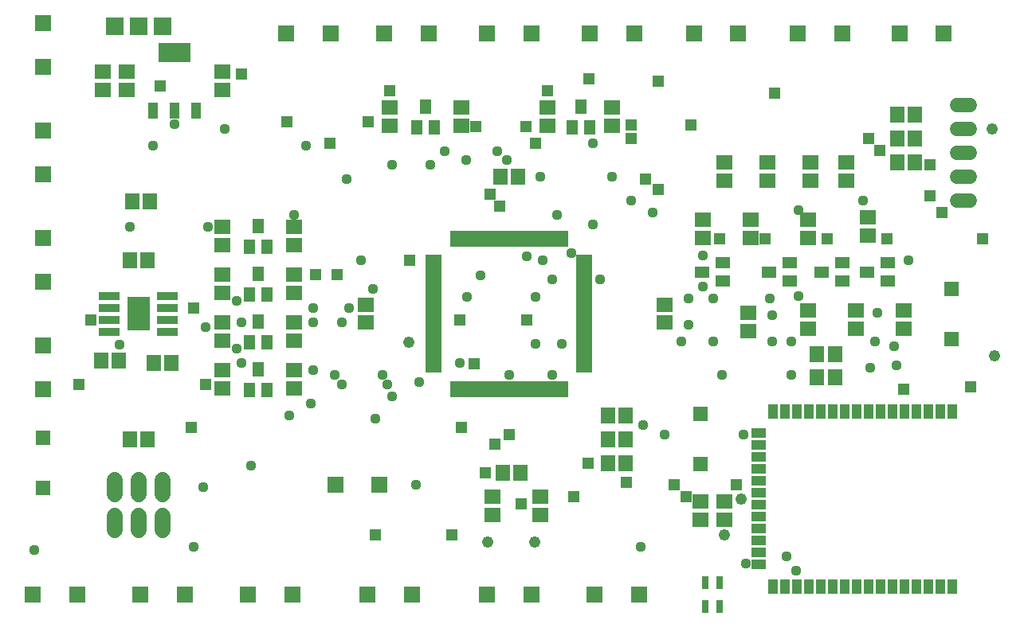
<source format=gts>
G75*
%MOIN*%
%OFA0B0*%
%FSLAX25Y25*%
%IPPOS*%
%LPD*%
%AMOC8*
5,1,8,0,0,1.08239X$1,22.5*
%
%ADD10R,0.06706X0.05918*%
%ADD11R,0.05918X0.06706*%
%ADD12C,0.06000*%
%ADD13R,0.06312X0.04343*%
%ADD14R,0.04343X0.06312*%
%ADD15R,0.02572X0.05721*%
%ADD16R,0.06343X0.06343*%
%ADD17R,0.07550X0.07550*%
%ADD18R,0.06950X0.06950*%
%ADD19R,0.08800X0.03400*%
%ADD20R,0.09800X0.13900*%
%ADD21R,0.04100X0.07100*%
%ADD22R,0.13800X0.08300*%
%ADD23R,0.06312X0.04737*%
%ADD24R,0.06706X0.02178*%
%ADD25R,0.02178X0.06706*%
%ADD26C,0.04769*%
%ADD27C,0.06800*%
%ADD28R,0.04737X0.06312*%
%ADD29C,0.04369*%
%ADD30R,0.04762X0.04762*%
%ADD31C,0.04762*%
D10*
X0091800Y0109755D03*
X0091800Y0117235D03*
X0091800Y0129755D03*
X0091800Y0137235D03*
X0091800Y0149755D03*
X0091800Y0157235D03*
X0091800Y0169755D03*
X0091800Y0177235D03*
X0121800Y0177235D03*
X0121800Y0169755D03*
X0121800Y0157235D03*
X0121800Y0149755D03*
X0121800Y0137235D03*
X0121800Y0129755D03*
X0121800Y0117235D03*
X0121800Y0109755D03*
X0151800Y0137255D03*
X0151800Y0144735D03*
X0161800Y0219755D03*
X0161800Y0227235D03*
X0191800Y0227235D03*
X0191800Y0219755D03*
X0227800Y0219755D03*
X0227800Y0227235D03*
X0254800Y0227235D03*
X0254800Y0219755D03*
X0301800Y0204235D03*
X0301800Y0196755D03*
X0319800Y0196755D03*
X0319800Y0204235D03*
X0337800Y0204235D03*
X0337800Y0196755D03*
X0352800Y0196755D03*
X0352800Y0204235D03*
X0361800Y0181235D03*
X0361800Y0173755D03*
X0336800Y0172755D03*
X0336800Y0180235D03*
X0312800Y0180235D03*
X0312800Y0172755D03*
X0292800Y0172755D03*
X0292800Y0180235D03*
X0276800Y0144735D03*
X0276800Y0137255D03*
X0311800Y0133755D03*
X0311800Y0141235D03*
X0336800Y0142235D03*
X0336800Y0134755D03*
X0356800Y0134755D03*
X0356800Y0142235D03*
X0376800Y0142235D03*
X0376800Y0134755D03*
X0301800Y0062235D03*
X0291800Y0062235D03*
X0291800Y0054755D03*
X0301800Y0054755D03*
X0224800Y0056755D03*
X0224800Y0064235D03*
X0204800Y0064235D03*
X0204800Y0056755D03*
X0091800Y0234755D03*
X0091800Y0242235D03*
X0051800Y0242235D03*
X0051800Y0234755D03*
X0041800Y0234755D03*
X0041800Y0242235D03*
D11*
X0054060Y0187995D03*
X0061540Y0187995D03*
X0060540Y0163495D03*
X0053060Y0163495D03*
X0048540Y0121495D03*
X0041060Y0121495D03*
X0063060Y0120495D03*
X0070540Y0120495D03*
X0060540Y0088495D03*
X0053060Y0088495D03*
X0209060Y0074495D03*
X0216540Y0074495D03*
X0253060Y0078495D03*
X0260540Y0078495D03*
X0260540Y0088495D03*
X0253060Y0088495D03*
X0253060Y0098495D03*
X0260540Y0098495D03*
X0340560Y0114495D03*
X0348040Y0114495D03*
X0348040Y0123995D03*
X0340560Y0123995D03*
X0374060Y0204495D03*
X0381540Y0204495D03*
X0381540Y0214495D03*
X0374060Y0214495D03*
X0374060Y0224495D03*
X0381540Y0224495D03*
X0215540Y0198495D03*
X0208060Y0198495D03*
D12*
X0399200Y0198495D02*
X0404400Y0198495D01*
X0404400Y0208495D02*
X0399200Y0208495D01*
X0399200Y0218495D02*
X0404400Y0218495D01*
X0404400Y0228495D02*
X0399200Y0228495D01*
X0399200Y0188495D02*
X0404400Y0188495D01*
D13*
X0316339Y0090896D03*
X0316339Y0085896D03*
X0316339Y0080896D03*
X0316339Y0075896D03*
X0316339Y0070896D03*
X0316339Y0065896D03*
X0316339Y0060896D03*
X0316339Y0055896D03*
X0316339Y0050896D03*
X0316339Y0045896D03*
X0316339Y0040896D03*
X0316339Y0035896D03*
D14*
X0322127Y0026841D03*
X0327127Y0026841D03*
X0332127Y0026841D03*
X0337127Y0026841D03*
X0342127Y0026841D03*
X0347127Y0026841D03*
X0352127Y0026841D03*
X0357127Y0026841D03*
X0362127Y0026841D03*
X0367127Y0026841D03*
X0372127Y0026841D03*
X0377127Y0026841D03*
X0382127Y0026841D03*
X0387127Y0026841D03*
X0392127Y0026841D03*
X0397127Y0026841D03*
X0397127Y0100149D03*
X0392127Y0100149D03*
X0387127Y0100149D03*
X0382127Y0100149D03*
X0377127Y0100149D03*
X0372127Y0100149D03*
X0367127Y0100149D03*
X0362127Y0100149D03*
X0357127Y0100149D03*
X0352127Y0100149D03*
X0347127Y0100149D03*
X0342127Y0100149D03*
X0337127Y0100149D03*
X0332127Y0100149D03*
X0327127Y0100149D03*
X0322127Y0100149D03*
D15*
X0299851Y0028495D03*
X0293749Y0028495D03*
X0293749Y0018495D03*
X0299851Y0018495D03*
D16*
X0291800Y0077995D03*
X0291800Y0098995D03*
X0396800Y0130495D03*
X0396800Y0151495D03*
X0016800Y0088995D03*
X0016800Y0067995D03*
D17*
X0046800Y0261495D03*
X0056800Y0261495D03*
X0066800Y0261495D03*
D18*
X0012548Y0023495D03*
X0031052Y0023495D03*
X0057548Y0023495D03*
X0076052Y0023495D03*
X0102548Y0023495D03*
X0121052Y0023495D03*
X0152548Y0023495D03*
X0171052Y0023495D03*
X0202548Y0023495D03*
X0221052Y0023495D03*
X0247548Y0023495D03*
X0266052Y0023495D03*
X0157552Y0069495D03*
X0139048Y0069495D03*
X0016800Y0109243D03*
X0016800Y0127747D03*
X0016800Y0154243D03*
X0016800Y0172747D03*
X0016800Y0199243D03*
X0016800Y0217747D03*
X0016800Y0244243D03*
X0016800Y0262747D03*
X0118548Y0258495D03*
X0137052Y0258495D03*
X0159548Y0258495D03*
X0178052Y0258495D03*
X0202548Y0258495D03*
X0221052Y0258495D03*
X0245548Y0258495D03*
X0264052Y0258495D03*
X0289048Y0258495D03*
X0307552Y0258495D03*
X0332548Y0258495D03*
X0351052Y0258495D03*
X0375048Y0258495D03*
X0393552Y0258495D03*
D19*
X0068900Y0148495D03*
X0068900Y0143495D03*
X0068900Y0138495D03*
X0068900Y0133495D03*
X0044700Y0133495D03*
X0044700Y0138495D03*
X0044700Y0143495D03*
X0044700Y0148495D03*
D20*
X0056800Y0140995D03*
D21*
X0062745Y0225895D03*
X0071800Y0225895D03*
X0080855Y0225895D03*
D22*
X0071800Y0250495D03*
D23*
X0292469Y0158495D03*
X0301131Y0162235D03*
X0301131Y0154755D03*
X0320469Y0158495D03*
X0329131Y0162235D03*
X0329131Y0154755D03*
X0342469Y0158495D03*
X0351131Y0162235D03*
X0351131Y0154755D03*
X0361469Y0158495D03*
X0370131Y0162235D03*
X0370131Y0154755D03*
D24*
X0243296Y0154774D03*
X0243296Y0152806D03*
X0243296Y0150837D03*
X0243296Y0148869D03*
X0243296Y0146900D03*
X0243296Y0144932D03*
X0243296Y0142963D03*
X0243296Y0140995D03*
X0243296Y0139026D03*
X0243296Y0137058D03*
X0243296Y0135089D03*
X0243296Y0133121D03*
X0243296Y0131152D03*
X0243296Y0129184D03*
X0243296Y0127215D03*
X0243296Y0125247D03*
X0243296Y0123278D03*
X0243296Y0121310D03*
X0243296Y0119341D03*
X0243296Y0117373D03*
X0243296Y0156743D03*
X0243296Y0158711D03*
X0243296Y0160680D03*
X0243296Y0162648D03*
X0243296Y0164617D03*
X0180304Y0164617D03*
X0180304Y0162648D03*
X0180304Y0160680D03*
X0180304Y0158711D03*
X0180304Y0156743D03*
X0180304Y0154774D03*
X0180304Y0152806D03*
X0180304Y0150837D03*
X0180304Y0148869D03*
X0180304Y0146900D03*
X0180304Y0144932D03*
X0180304Y0142963D03*
X0180304Y0140995D03*
X0180304Y0139026D03*
X0180304Y0137058D03*
X0180304Y0135089D03*
X0180304Y0133121D03*
X0180304Y0131152D03*
X0180304Y0129184D03*
X0180304Y0127215D03*
X0180304Y0125247D03*
X0180304Y0123278D03*
X0180304Y0121310D03*
X0180304Y0119341D03*
X0180304Y0117373D03*
D25*
X0188178Y0109499D03*
X0190146Y0109499D03*
X0192115Y0109499D03*
X0194083Y0109499D03*
X0196052Y0109499D03*
X0198020Y0109499D03*
X0199989Y0109499D03*
X0201957Y0109499D03*
X0203926Y0109499D03*
X0205894Y0109499D03*
X0207863Y0109499D03*
X0209831Y0109499D03*
X0211800Y0109499D03*
X0213769Y0109499D03*
X0215737Y0109499D03*
X0217706Y0109499D03*
X0219674Y0109499D03*
X0221643Y0109499D03*
X0223611Y0109499D03*
X0225580Y0109499D03*
X0227548Y0109499D03*
X0229517Y0109499D03*
X0231485Y0109499D03*
X0233454Y0109499D03*
X0235422Y0109499D03*
X0235422Y0172491D03*
X0233454Y0172491D03*
X0231485Y0172491D03*
X0229517Y0172491D03*
X0227548Y0172491D03*
X0225580Y0172491D03*
X0223611Y0172491D03*
X0221643Y0172491D03*
X0219674Y0172491D03*
X0217706Y0172491D03*
X0215737Y0172491D03*
X0213769Y0172491D03*
X0211800Y0172491D03*
X0209831Y0172491D03*
X0207863Y0172491D03*
X0205894Y0172491D03*
X0203926Y0172491D03*
X0201957Y0172491D03*
X0199989Y0172491D03*
X0198020Y0172491D03*
X0196052Y0172491D03*
X0194083Y0172491D03*
X0192115Y0172491D03*
X0190146Y0172491D03*
X0188178Y0172491D03*
D26*
X0202957Y0045495D03*
X0222643Y0045495D03*
D27*
X0066800Y0050495D02*
X0066800Y0056495D01*
X0056800Y0056495D02*
X0056800Y0050495D01*
X0046800Y0050495D02*
X0046800Y0056495D01*
X0046800Y0065495D02*
X0046800Y0071495D01*
X0056800Y0071495D02*
X0056800Y0065495D01*
X0066800Y0065495D02*
X0066800Y0071495D01*
D28*
X0103060Y0109164D03*
X0110540Y0109164D03*
X0106800Y0117826D03*
X0103060Y0129164D03*
X0110540Y0129164D03*
X0106800Y0137826D03*
X0103060Y0149164D03*
X0110540Y0149164D03*
X0106800Y0157826D03*
X0103060Y0169164D03*
X0110540Y0169164D03*
X0106800Y0177826D03*
X0173060Y0219164D03*
X0180540Y0219164D03*
X0176800Y0227826D03*
X0238060Y0219164D03*
X0245540Y0219164D03*
X0241800Y0227826D03*
D29*
X0246800Y0212495D03*
X0254800Y0198495D03*
X0262800Y0188495D03*
X0271800Y0183495D03*
X0246800Y0178495D03*
X0231800Y0182495D03*
X0237800Y0166495D03*
X0225800Y0163495D03*
X0219300Y0164995D03*
X0229800Y0155495D03*
X0222800Y0147995D03*
X0199800Y0156995D03*
X0194300Y0147995D03*
X0222800Y0128495D03*
X0233800Y0128495D03*
X0229800Y0115495D03*
X0211800Y0115495D03*
X0191300Y0120495D03*
X0174300Y0112495D03*
X0162800Y0106495D03*
X0160800Y0111495D03*
X0158800Y0115495D03*
X0141800Y0111495D03*
X0138800Y0115495D03*
X0129800Y0117495D03*
X0128800Y0103495D03*
X0119800Y0098495D03*
X0103800Y0077495D03*
X0083800Y0068495D03*
X0079800Y0043495D03*
X0013300Y0041995D03*
X0099800Y0120495D03*
X0097800Y0126495D03*
X0099800Y0137235D03*
X0097800Y0146495D03*
X0084800Y0135495D03*
X0048800Y0127995D03*
X0053060Y0177235D03*
X0085800Y0177495D03*
X0121800Y0182495D03*
X0143800Y0197495D03*
X0162800Y0203495D03*
X0178800Y0203495D03*
X0184800Y0208995D03*
X0193800Y0205495D03*
X0206800Y0208995D03*
X0210800Y0205495D03*
X0224800Y0198495D03*
X0249800Y0155495D03*
X0286800Y0147495D03*
X0292800Y0152495D03*
X0297300Y0147495D03*
X0286800Y0136495D03*
X0283800Y0129495D03*
X0297300Y0129495D03*
X0300800Y0115495D03*
X0321800Y0129495D03*
X0329800Y0129495D03*
X0321800Y0140495D03*
X0320800Y0147495D03*
X0332800Y0148495D03*
X0365800Y0141495D03*
X0364800Y0129495D03*
X0372800Y0127495D03*
X0373800Y0119495D03*
X0362800Y0118495D03*
X0329800Y0115495D03*
X0309800Y0090495D03*
X0276800Y0090495D03*
X0267800Y0094495D03*
X0266800Y0043495D03*
X0310800Y0036495D03*
X0327800Y0039495D03*
X0331800Y0033495D03*
X0172800Y0069495D03*
X0155800Y0096995D03*
X0141800Y0137495D03*
X0144800Y0143495D03*
X0154800Y0151495D03*
X0149800Y0163495D03*
X0129800Y0143495D03*
X0129800Y0137495D03*
X0126800Y0211495D03*
X0092800Y0218495D03*
X0071800Y0220495D03*
X0062800Y0211495D03*
X0292800Y0165495D03*
X0332800Y0184495D03*
X0359800Y0188495D03*
X0378800Y0163495D03*
D30*
X0369800Y0172495D03*
X0392800Y0183495D03*
X0387800Y0190495D03*
X0387800Y0203495D03*
X0366800Y0209495D03*
X0362300Y0214495D03*
X0322800Y0233495D03*
X0287800Y0219995D03*
X0262800Y0219995D03*
X0262800Y0214495D03*
X0268800Y0197495D03*
X0274300Y0192995D03*
X0299800Y0172495D03*
X0318800Y0172495D03*
X0344800Y0172495D03*
X0409800Y0172495D03*
X0404800Y0110495D03*
X0376800Y0109495D03*
X0306800Y0069495D03*
X0285800Y0064495D03*
X0280800Y0069495D03*
X0260800Y0070495D03*
X0244800Y0078495D03*
X0238800Y0064495D03*
X0216800Y0061495D03*
X0201800Y0074495D03*
X0205800Y0086495D03*
X0211800Y0090495D03*
X0191800Y0093495D03*
X0197300Y0119995D03*
X0191300Y0138495D03*
X0219300Y0138495D03*
X0170300Y0163495D03*
X0139800Y0157495D03*
X0130800Y0157495D03*
X0079800Y0143495D03*
X0036800Y0138495D03*
X0031800Y0111495D03*
X0078800Y0093495D03*
X0084800Y0111495D03*
X0155800Y0048495D03*
X0187800Y0048495D03*
X0207800Y0185995D03*
X0203800Y0190995D03*
X0222800Y0212495D03*
X0218800Y0219495D03*
X0197800Y0219495D03*
X0227800Y0234495D03*
X0245300Y0239495D03*
X0274300Y0238495D03*
X0161800Y0234495D03*
X0152800Y0221495D03*
X0136800Y0212495D03*
X0118800Y0221495D03*
X0099800Y0241495D03*
X0065800Y0236495D03*
D31*
X0169800Y0128995D03*
X0301800Y0048495D03*
X0308800Y0063495D03*
X0414800Y0123495D03*
X0413800Y0218495D03*
M02*

</source>
